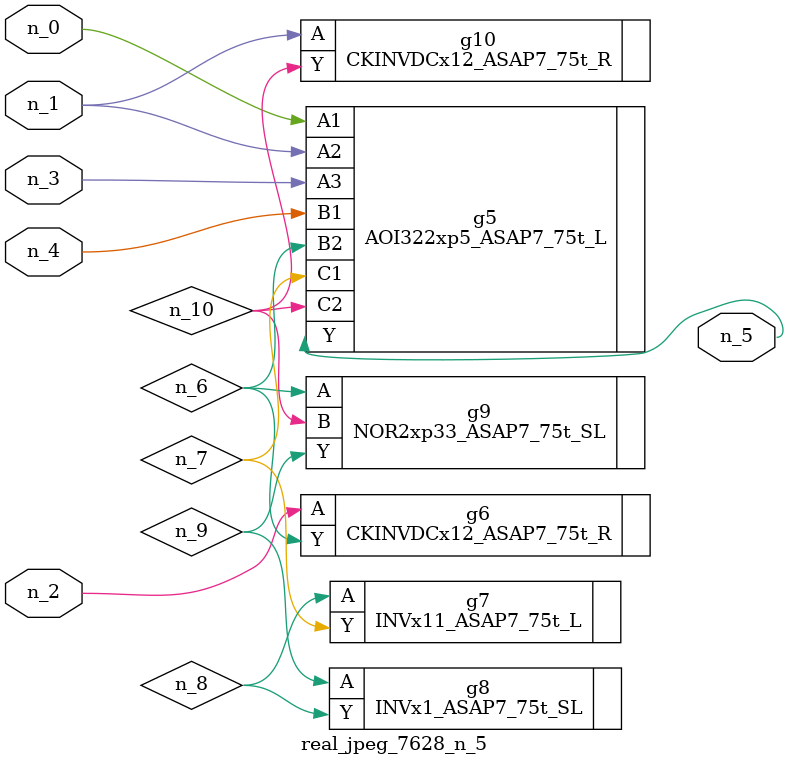
<source format=v>
module real_jpeg_7628_n_5 (n_4, n_0, n_1, n_2, n_3, n_5);

input n_4;
input n_0;
input n_1;
input n_2;
input n_3;

output n_5;

wire n_8;
wire n_6;
wire n_7;
wire n_10;
wire n_9;

AOI322xp5_ASAP7_75t_L g5 ( 
.A1(n_0),
.A2(n_1),
.A3(n_3),
.B1(n_4),
.B2(n_6),
.C1(n_7),
.C2(n_10),
.Y(n_5)
);

CKINVDCx12_ASAP7_75t_R g10 ( 
.A(n_1),
.Y(n_10)
);

CKINVDCx12_ASAP7_75t_R g6 ( 
.A(n_2),
.Y(n_6)
);

NOR2xp33_ASAP7_75t_SL g9 ( 
.A(n_6),
.B(n_10),
.Y(n_9)
);

INVx11_ASAP7_75t_L g7 ( 
.A(n_8),
.Y(n_7)
);

INVx1_ASAP7_75t_SL g8 ( 
.A(n_9),
.Y(n_8)
);


endmodule
</source>
